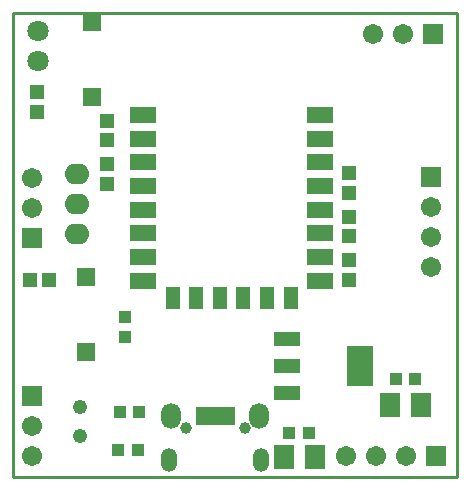
<source format=gts>
G04*
G04 #@! TF.GenerationSoftware,Altium Limited,Altium Designer,20.1.12 (249)*
G04*
G04 Layer_Color=8388736*
%FSLAX25Y25*%
%MOIN*%
G70*
G04*
G04 #@! TF.SameCoordinates,74860364-7C4C-4BB1-8EB4-A47DF166201D*
G04*
G04*
G04 #@! TF.FilePolarity,Negative*
G04*
G01*
G75*
%ADD14C,0.01000*%
%ADD28R,0.08674X0.05524*%
%ADD29R,0.05131X0.07493*%
%ADD30R,0.06312X0.06115*%
%ADD31R,0.04737X0.04540*%
%ADD32R,0.04343X0.04147*%
%ADD33R,0.04147X0.04343*%
%ADD34R,0.06902X0.08083*%
%ADD35R,0.04540X0.04737*%
%ADD36R,0.02572X0.05918*%
%ADD37R,0.08674X0.04737*%
%ADD38R,0.08674X0.13792*%
%ADD39C,0.06706*%
%ADD40R,0.06706X0.06706*%
%ADD41C,0.04855*%
%ADD42R,0.06706X0.06706*%
%ADD43C,0.03950*%
%ADD44O,0.05328X0.07887*%
%ADD45O,0.06509X0.08674*%
%ADD46C,0.07099*%
%ADD47O,0.08300X0.06800*%
D14*
X0Y0D02*
X148000D01*
Y154500D01*
X0D02*
X148000D01*
X0Y0D02*
Y154500D01*
D28*
X43472Y120559D02*
D03*
Y112685D02*
D03*
Y104811D02*
D03*
Y96937D02*
D03*
Y89063D02*
D03*
Y81189D02*
D03*
Y73315D02*
D03*
Y65441D02*
D03*
X102527D02*
D03*
Y73315D02*
D03*
Y81189D02*
D03*
Y89063D02*
D03*
Y96937D02*
D03*
Y104811D02*
D03*
Y112685D02*
D03*
Y120559D02*
D03*
D29*
X53315Y59535D02*
D03*
X61189D02*
D03*
X69063D02*
D03*
X76937D02*
D03*
X84811D02*
D03*
X92685D02*
D03*
D30*
X26500Y151500D02*
D03*
Y126500D02*
D03*
X24500Y66500D02*
D03*
Y41500D02*
D03*
D31*
X112000Y65752D02*
D03*
Y72248D02*
D03*
Y101248D02*
D03*
Y94752D02*
D03*
Y80252D02*
D03*
Y86748D02*
D03*
X31500Y118748D02*
D03*
Y112252D02*
D03*
Y97752D02*
D03*
Y104248D02*
D03*
X8000Y121752D02*
D03*
Y128248D02*
D03*
D32*
X37500Y53244D02*
D03*
Y46748D02*
D03*
D33*
X35752Y21500D02*
D03*
X42248D02*
D03*
X35252Y9000D02*
D03*
X41748D02*
D03*
X98748Y14500D02*
D03*
X92252D02*
D03*
X134248Y32500D02*
D03*
X127752D02*
D03*
D34*
X90283Y6500D02*
D03*
X100717D02*
D03*
X136217Y24000D02*
D03*
X125783D02*
D03*
D35*
X5752Y65500D02*
D03*
X12248D02*
D03*
D36*
X70059Y20417D02*
D03*
X67500D02*
D03*
X64941D02*
D03*
X72618D02*
D03*
X62382D02*
D03*
D37*
X91295Y46055D02*
D03*
Y37000D02*
D03*
Y27945D02*
D03*
D38*
X115705Y37000D02*
D03*
D39*
X111000Y7000D02*
D03*
X121000D02*
D03*
X131000D02*
D03*
X120000Y147500D02*
D03*
X130000D02*
D03*
X139500Y90000D02*
D03*
Y80000D02*
D03*
Y70000D02*
D03*
X6500Y17000D02*
D03*
Y7000D02*
D03*
Y89500D02*
D03*
Y99500D02*
D03*
D40*
X141000Y7000D02*
D03*
X140000Y147500D02*
D03*
D41*
X22500Y23343D02*
D03*
Y13500D02*
D03*
D42*
X139500Y100000D02*
D03*
X6500Y27000D02*
D03*
Y79500D02*
D03*
D43*
X77342Y16284D02*
D03*
X57657D02*
D03*
D44*
X82756Y5457D02*
D03*
X52244D02*
D03*
D45*
X82165Y20417D02*
D03*
X52835D02*
D03*
D46*
X8500Y138500D02*
D03*
Y148500D02*
D03*
D47*
X21500Y91000D02*
D03*
Y81000D02*
D03*
Y101000D02*
D03*
M02*

</source>
